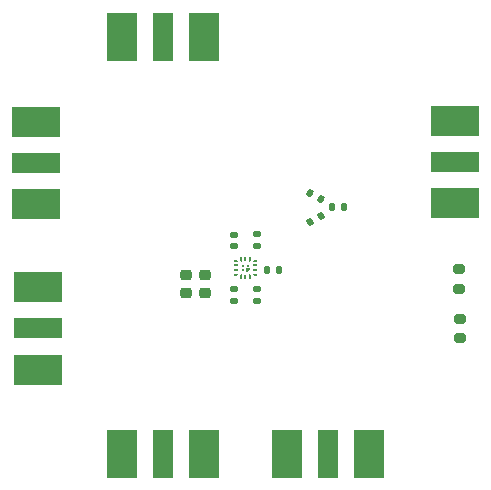
<source format=gbr>
%TF.GenerationSoftware,KiCad,Pcbnew,(6.0.7)*%
%TF.CreationDate,2022-08-24T09:40:32+01:00*%
%TF.ProjectId,Phase_Measurement_Board,50686173-655f-44d6-9561-737572656d65,rev?*%
%TF.SameCoordinates,Original*%
%TF.FileFunction,Paste,Top*%
%TF.FilePolarity,Positive*%
%FSLAX46Y46*%
G04 Gerber Fmt 4.6, Leading zero omitted, Abs format (unit mm)*
G04 Created by KiCad (PCBNEW (6.0.7)) date 2022-08-24 09:40:32*
%MOMM*%
%LPD*%
G01*
G04 APERTURE LIST*
G04 Aperture macros list*
%AMRoundRect*
0 Rectangle with rounded corners*
0 $1 Rounding radius*
0 $2 $3 $4 $5 $6 $7 $8 $9 X,Y pos of 4 corners*
0 Add a 4 corners polygon primitive as box body*
4,1,4,$2,$3,$4,$5,$6,$7,$8,$9,$2,$3,0*
0 Add four circle primitives for the rounded corners*
1,1,$1+$1,$2,$3*
1,1,$1+$1,$4,$5*
1,1,$1+$1,$6,$7*
1,1,$1+$1,$8,$9*
0 Add four rect primitives between the rounded corners*
20,1,$1+$1,$2,$3,$4,$5,0*
20,1,$1+$1,$4,$5,$6,$7,0*
20,1,$1+$1,$6,$7,$8,$9,0*
20,1,$1+$1,$8,$9,$2,$3,0*%
%AMFreePoly0*
4,1,6,0.130000,-0.130000,-0.160000,-0.130000,-0.160000,-0.030000,0.040000,0.160000,0.130000,0.160000,0.130000,-0.130000,0.130000,-0.130000,$1*%
%AMFreePoly1*
4,1,10,0.100000,0.099000,0.175000,0.099000,0.239000,-0.053000,0.239000,-0.101000,-0.106000,-0.101000,-0.106000,0.099000,-0.100000,0.099000,-0.100000,0.100000,0.100000,0.100000,0.100000,0.099000,0.100000,0.099000,$1*%
%AMFreePoly2*
4,1,10,0.239000,0.054000,0.175000,-0.098000,0.100000,-0.098000,0.100000,-0.100000,-0.100000,-0.100000,-0.100000,-0.098000,-0.106000,-0.098000,-0.106000,0.102000,0.239000,0.102000,0.239000,0.054000,0.239000,0.054000,$1*%
%AMFreePoly3*
4,1,6,0.100000,-0.101000,-0.100000,-0.101000,-0.100000,0.119000,-0.025000,0.299000,0.100000,0.299000,0.100000,-0.101000,0.100000,-0.101000,$1*%
%AMFreePoly4*
4,1,6,0.100000,0.118000,0.100000,-0.102000,-0.100000,-0.102000,-0.100000,0.298000,0.025000,0.298000,0.100000,0.118000,0.100000,0.118000,$1*%
%AMFreePoly5*
4,1,6,0.101000,-0.100000,-0.180000,-0.100000,-0.244000,0.052000,-0.244000,0.100000,0.101000,0.100000,0.101000,-0.100000,0.101000,-0.100000,$1*%
%AMFreePoly6*
4,1,6,0.100000,-0.100000,-0.245000,-0.100000,-0.245000,-0.052000,-0.181000,0.100000,0.100000,0.100000,0.100000,-0.100000,0.100000,-0.100000,$1*%
%AMFreePoly7*
4,1,6,0.102000,-0.118000,0.027000,-0.298000,-0.098000,-0.298000,-0.098000,0.102000,0.102000,0.102000,0.102000,-0.118000,0.102000,-0.118000,$1*%
%AMFreePoly8*
4,1,6,0.100000,-0.297000,-0.025000,-0.297000,-0.100000,-0.117000,-0.100000,0.103000,0.100000,0.103000,0.100000,-0.297000,0.100000,-0.297000,$1*%
G04 Aperture macros list end*
%ADD10RoundRect,0.140000X-0.170000X0.140000X-0.170000X-0.140000X0.170000X-0.140000X0.170000X0.140000X0*%
%ADD11RoundRect,0.140000X-0.140000X-0.170000X0.140000X-0.170000X0.140000X0.170000X-0.140000X0.170000X0*%
%ADD12RoundRect,0.140000X0.170000X-0.140000X0.170000X0.140000X-0.170000X0.140000X-0.170000X-0.140000X0*%
%ADD13RoundRect,0.135000X-0.135000X-0.185000X0.135000X-0.185000X0.135000X0.185000X-0.135000X0.185000X0*%
%ADD14R,1.780000X4.190000*%
%ADD15R,2.665000X4.190000*%
%ADD16RoundRect,0.225000X-0.250000X0.225000X-0.250000X-0.225000X0.250000X-0.225000X0.250000X0.225000X0*%
%ADD17R,0.290000X0.290000*%
%ADD18FreePoly0,180.000000*%
%ADD19FreePoly1,180.000000*%
%ADD20R,0.400000X0.200000*%
%ADD21FreePoly2,180.000000*%
%ADD22FreePoly3,180.000000*%
%ADD23R,0.200000X0.400000*%
%ADD24FreePoly4,180.000000*%
%ADD25FreePoly5,180.000000*%
%ADD26FreePoly6,180.000000*%
%ADD27FreePoly7,180.000000*%
%ADD28FreePoly8,180.000000*%
%ADD29R,4.190000X1.780000*%
%ADD30R,4.190000X2.665000*%
%ADD31RoundRect,0.135000X-0.209413X-0.092715X0.024413X-0.227715X0.209413X0.092715X-0.024413X0.227715X0*%
%ADD32RoundRect,0.200000X-0.275000X0.200000X-0.275000X-0.200000X0.275000X-0.200000X0.275000X0.200000X0*%
%ADD33RoundRect,0.200000X0.275000X-0.200000X0.275000X0.200000X-0.275000X0.200000X-0.275000X-0.200000X0*%
%ADD34RoundRect,0.135000X-0.024413X-0.227715X0.209413X-0.092715X0.024413X0.227715X-0.209413X0.092715X0*%
G04 APERTURE END LIST*
D10*
%TO.C,C7*%
X217000000Y-48040000D03*
X217000000Y-49000000D03*
%TD*%
D11*
%TO.C,C5*%
X217850000Y-51050000D03*
X218810000Y-51050000D03*
%TD*%
D12*
%TO.C,C4*%
X215000000Y-53660000D03*
X215000000Y-52700000D03*
%TD*%
D13*
%TO.C,R4*%
X223350000Y-45750000D03*
X224370000Y-45750000D03*
%TD*%
D14*
%TO.C,J3*%
X209000000Y-66600000D03*
D15*
X205507500Y-66600000D03*
X212492500Y-66600000D03*
%TD*%
D16*
%TO.C,C1*%
X212600000Y-51475000D03*
X212600000Y-53025000D03*
%TD*%
D14*
%TO.C,J1*%
X209000000Y-31300000D03*
D15*
X205507500Y-31300000D03*
X212492500Y-31300000D03*
%TD*%
D17*
%TO.C,U1*%
X215815000Y-50685000D03*
D18*
X216170000Y-51040000D03*
D17*
X215815000Y-51055000D03*
X216185000Y-50685000D03*
D19*
X216866000Y-51471000D03*
D20*
X216772000Y-51070000D03*
X216772000Y-50670000D03*
D21*
X216866000Y-50268000D03*
D22*
X216400000Y-49999000D03*
D23*
X216000000Y-50098000D03*
D24*
X215600000Y-50000000D03*
D25*
X215129000Y-50270000D03*
D20*
X215228000Y-50670000D03*
X215228000Y-51070000D03*
D26*
X215128000Y-51470000D03*
D27*
X215602000Y-51740000D03*
D23*
X216000000Y-51642000D03*
D28*
X216400000Y-51739000D03*
%TD*%
D29*
%TO.C,J6*%
X233700000Y-41900000D03*
D30*
X233700000Y-38407500D03*
X233700000Y-45392500D03*
%TD*%
D12*
%TO.C,C3*%
X216950000Y-53660000D03*
X216950000Y-52700000D03*
%TD*%
D14*
%TO.C,J4*%
X223000000Y-66600000D03*
D15*
X226492500Y-66600000D03*
X219507500Y-66600000D03*
%TD*%
D31*
%TO.C,R3*%
X221500000Y-44500000D03*
X222383346Y-45010000D03*
%TD*%
D10*
%TO.C,C6*%
X215000000Y-48070000D03*
X215000000Y-49030000D03*
%TD*%
D32*
%TO.C,R2*%
X234100000Y-50975000D03*
X234100000Y-52625000D03*
%TD*%
D16*
%TO.C,C2*%
X211000000Y-51475000D03*
X211000000Y-53025000D03*
%TD*%
D29*
%TO.C,J2*%
X198300000Y-42000000D03*
D30*
X198300000Y-45492500D03*
X198300000Y-38507500D03*
%TD*%
D33*
%TO.C,R1*%
X234200000Y-56850000D03*
X234200000Y-55200000D03*
%TD*%
D34*
%TO.C,R5*%
X221500000Y-47000000D03*
X222383346Y-46490000D03*
%TD*%
D29*
%TO.C,J5*%
X198400000Y-56000000D03*
D30*
X198400000Y-52507500D03*
X198400000Y-59492500D03*
%TD*%
M02*

</source>
